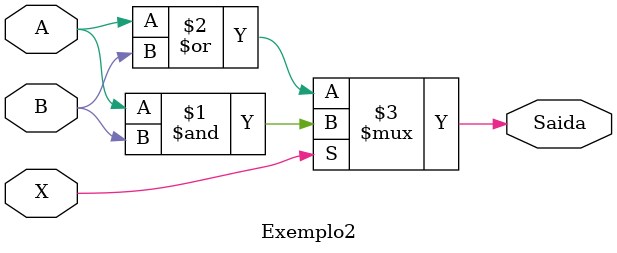
<source format=sv>
module Exemplo2 (X, A, B, Saida);

	input X, A, B;
	output Saida;

	assign Saida = X ? (A&B) : (A|B);

endmodule

</source>
